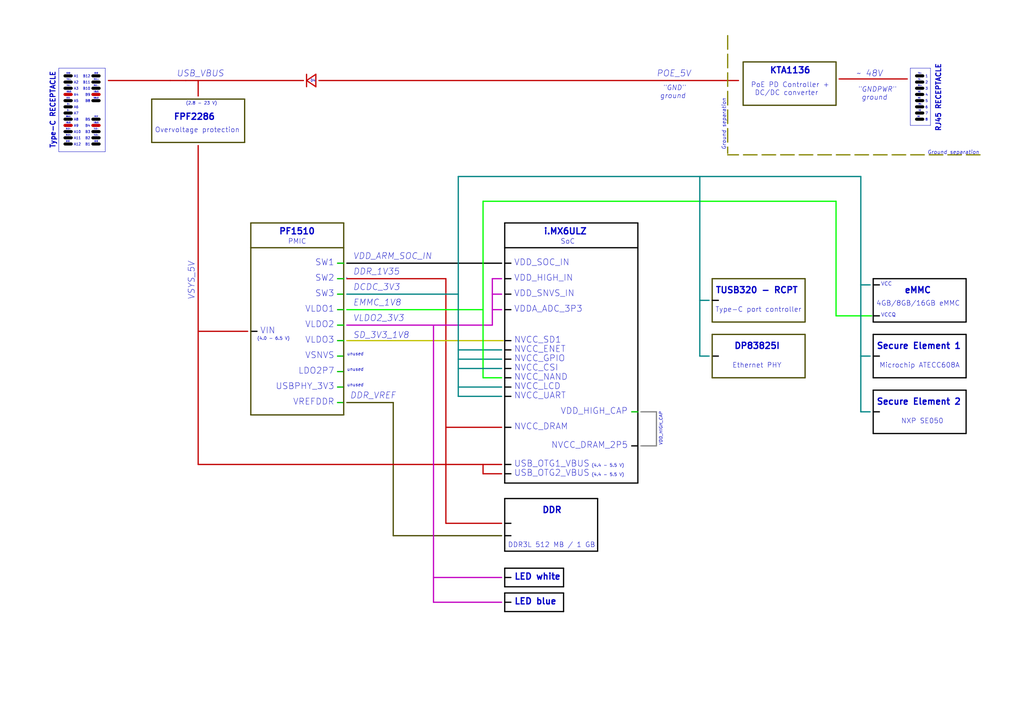
<source format=kicad_sch>
(kicad_sch (version 20230121) (generator eeschema)
  (paper "A3")
  (title_block (title "USB armory Mk II LAN") (date "2023-10-02") (rev "β") (company "WithSecure") (comment 1 "Copyright © WithSecure Corporation") (comment 2 "License: CERN-OHL-S") (comment 3 "https://github.com/usbarmory/usbarmory"))
  (lib_symbols)
  (polyline (pts (xy 102.87 170.18) (xy 140.97 170.18)) (stroke (width 0.508) (type solid) (color 72 72 0 1)))
  (polyline (pts (xy 81.28 135.89) (xy 101.6 135.89)) (stroke (width 0.508) (type solid) (color 194 0 0 1)))
  (polyline (pts (xy 358.14 132.08) (xy 396.24 132.08)) (stroke (width 0.508) (type solid) (color 0 0 0 1)))
  (polyline (pts (xy 40.64 31.115) (xy 38.1 31.115)) (stroke (width 1.27) (color 0 0 0 1)))
  (polyline (pts (xy 129.54 35.56) (xy 125.73 33.02)) (stroke (width 0.508) (type solid) (color 194 0 0 1)))
  (polyline (pts (xy 29.21 53.975) (xy 26.67 53.975)) (stroke (width 1.27) (color 0 0 0 1)))
  (polyline (pts (xy 292.1 154.94) (xy 330.2 154.94)) (stroke (width 0.508) (type solid) (color 72 72 0 1)))
  (polyline (pts (xy 231.14 243.205) (xy 231.14 250.825)) (stroke (width 0.508) (type solid) (color 0 0 0 1)))
  (polyline (pts (xy 40.64 56.515) (xy 38.1 56.515)) (stroke (width 1.27) (color 0 0 0 1)))
  (polyline (pts (xy 342.9 129.54) (xy 357.505 129.54)) (stroke (width 0.508) (type solid) (color 0 255 0 1)))
  (polyline (pts (xy 187.96 162.56) (xy 205.74 162.56)) (stroke (width 0.508) (type solid) (color 0 132 132 1)))
  (polyline (pts (xy 40.64 51.435) (xy 38.1 51.435)) (stroke (width 1.27) (color 194 0 0 1)))
  (polyline (pts (xy 142.24 120.65) (xy 187.96 120.65)) (stroke (width 0.508) (type solid) (color 0 132 132 1)))
  (polyline (pts (xy 287.02 146.05) (xy 290.83 146.05)) (stroke (width 0.508) (type solid) (color 0 132 132 1)))
  (polyline (pts (xy 81.28 33.02) (xy 81.28 39.37)) (stroke (width 0.508) (type solid) (color 194 0 0 1)))
  (polyline (pts (xy 125.73 33.02) (xy 129.54 30.48)) (stroke (width 0.508) (type solid) (color 194 0 0 1)))
  (polyline (pts (xy 262.89 182.88) (xy 269.24 182.88)) (stroke (width 0.508) (type solid) (color 132 132 132 1)))
  (polyline (pts (xy 40.64 41.275) (xy 38.1 41.275)) (stroke (width 1.27) (color 0 0 0 1)))
  (polyline (pts (xy 187.96 143.51) (xy 205.74 143.51)) (stroke (width 0.508) (type solid) (color 0 132 132 1)))
  (polyline (pts (xy 381.635 51.435) (xy 373.38 51.435)))
  (polyline (pts (xy 142.24 107.95) (xy 205.74 107.95)) (stroke (width 0.508) (type solid) (color 0 0 0 1)))
  (polyline (pts (xy 138.43 107.95) (xy 140.97 107.95)) (stroke (width 0.508) (type solid) (color 0 194 0 1)))
  (polyline (pts (xy 138.43 120.65) (xy 140.97 120.65)) (stroke (width 0.508) (type solid) (color 0 194 0 1)))
  (polyline (pts (xy 378.46 31.115) (xy 375.92 31.115)) (stroke (width 1.27) (color 0 0 0 1)))
  (polyline (pts (xy 130.81 33.02) (xy 302.895 33.02)) (stroke (width 0.508) (type solid) (color 194 0 0 1)))
  (polyline (pts (xy 207.01 243.205) (xy 207.01 250.825)) (stroke (width 0.508) (type solid) (color 0 0 0 1)))
  (polyline (pts (xy 207.01 120.65) (xy 209.55 120.65)) (stroke (width 0.508) (type solid) (color 0 0 0 1)))
  (polyline (pts (xy 138.43 158.75) (xy 140.97 158.75)) (stroke (width 0.508) (type solid) (color 0 194 0 1)))
  (polyline (pts (xy 298.45 14.605) (xy 298.45 62.865)) (stroke (width 0.508) (type dash) (color 132 132 0 1)))
  (polyline (pts (xy 353.06 146.05) (xy 356.87 146.05)) (stroke (width 0.508) (type solid) (color 0 132 132 1)))
  (polyline (pts (xy 231.14 233.045) (xy 231.14 240.665)) (stroke (width 0.508) (type solid) (color 0 0 0 1)))
  (polyline (pts (xy 245.11 226.06) (xy 245.11 204.47)) (stroke (width 0.508) (type solid) (color 0 0 0 1)))
  (polyline (pts (xy 161.29 165.1) (xy 142.24 165.1)) (stroke (width 0.508) (type solid) (color 72 72 0 1)))
  (polyline (pts (xy 381.635 27.94) (xy 381.635 51.435)))
  (polyline (pts (xy 378.46 46.355) (xy 375.92 46.355)) (stroke (width 1.27) (color 0 0 0 1)))
  (polyline (pts (xy 182.88 114.3) (xy 182.88 214.63)) (stroke (width 0.508) (type solid) (color 194 0 0 1)))
  (polyline (pts (xy 201.93 114.3) (xy 205.74 114.3)) (stroke (width 0.508) (type solid) (color 194 0 194 1)))
  (polyline (pts (xy 342.9 43.18) (xy 342.9 25.4)) (stroke (width 0.508) (type solid) (color 72 72 0 1)))
  (polyline (pts (xy 342.9 82.55) (xy 198.12 82.55)) (stroke (width 0.508) (type solid) (color 0 255 0 1)))
  (polyline (pts (xy 187.96 72.39) (xy 187.96 162.56)) (stroke (width 0.508) (type solid) (color 0 132 132 1)))
  (polyline (pts (xy 40.64 33.655) (xy 38.1 33.655)) (stroke (width 1.27) (color 0 0 0 1)))
  (polyline (pts (xy 378.46 43.815) (xy 375.92 43.815)) (stroke (width 1.27) (color 0 0 0 1)))
  (polyline (pts (xy 182.88 114.3) (xy 142.24 114.3)) (stroke (width 0.508) (type solid) (color 194 0 0 1)))
  (polyline (pts (xy 262.89 168.91) (xy 269.24 168.91)) (stroke (width 0.508) (type solid) (color 132 132 132 1)))
  (polyline (pts (xy 207.01 91.44) (xy 207.01 198.12)) (stroke (width 0.508) (type solid) (color 0 0 0 1)))
  (polyline (pts (xy 358.14 114.3) (xy 396.24 114.3)) (stroke (width 0.508) (type solid) (color 0 0 0 1)))
  (polyline (pts (xy 353.06 116.84) (xy 356.87 116.84)) (stroke (width 0.508) (type solid) (color 0 132 132 1)))
  (polyline (pts (xy 245.11 204.47) (xy 207.01 204.47)) (stroke (width 0.508) (type solid) (color 0 0 0 1)))
  (polyline (pts (xy 330.2 154.94) (xy 330.2 137.16)) (stroke (width 0.508) (type solid) (color 72 72 0 1)))
  (polyline (pts (xy 353.06 72.39) (xy 353.06 168.91)) (stroke (width 0.508) (type solid) (color 0 132 132 1)))
  (polyline (pts (xy 182.88 175.26) (xy 205.74 175.26)) (stroke (width 0.508) (type solid) (color 194 0 0 1)))
  (polyline (pts (xy 40.64 48.895) (xy 38.1 48.895)) (stroke (width 1.27) (color 0 0 0 1)))
  (polyline (pts (xy 24.13 62.23) (xy 24.13 27.94)))
  (polyline (pts (xy 138.43 152.4) (xy 140.97 152.4)) (stroke (width 0.508) (type solid) (color 0 194 0 1)))
  (polyline (pts (xy 358.14 160.02) (xy 396.24 160.02)) (stroke (width 0.508) (type solid) (color 0 0 0 1)))
  (polyline (pts (xy 40.64 59.055) (xy 38.1 59.055)) (stroke (width 1.27) (color 0 0 0 1)))
  (polyline (pts (xy 62.23 58.42) (xy 100.33 58.42)) (stroke (width 0.508) (type solid) (color 72 72 0 1)))
  (polyline (pts (xy 142.24 139.7) (xy 206.375 139.7)) (stroke (width 0.508) (type solid) (color 194 194 0 1)))
  (polyline (pts (xy 287.02 72.39) (xy 287.02 146.05)) (stroke (width 0.508) (type solid) (color 0 132 132 1)))
  (polyline (pts (xy 29.21 48.895) (xy 26.67 48.895)) (stroke (width 1.27) (color 0 0 0 1)))
  (polyline (pts (xy 353.06 168.91) (xy 356.87 168.91)) (stroke (width 0.508) (type solid) (color 0 132 132 1)))
  (polyline (pts (xy 29.21 31.115) (xy 26.67 31.115)) (stroke (width 1.27) (color 0 0 0 1)))
  (polyline (pts (xy 344.17 32.385) (xy 372.11 32.385)) (stroke (width 0.508) (type solid) (color 194 0 0 1)))
  (polyline (pts (xy 231.14 240.665) (xy 207.01 240.665)) (stroke (width 0.508) (type solid) (color 0 0 0 1)))
  (polyline (pts (xy 201.93 127) (xy 205.74 127)) (stroke (width 0.508) (type solid) (color 194 0 194 1)))
  (polyline (pts (xy 373.38 27.94) (xy 381.635 27.94)))
  (polyline (pts (xy 207.01 219.71) (xy 209.55 219.71)) (stroke (width 0.508) (type solid) (color 0 0 0 1)))
  (polyline (pts (xy 378.46 48.895) (xy 375.92 48.895)) (stroke (width 1.27) (color 0 0 0 1)))
  (polyline (pts (xy 259.08 168.91) (xy 261.62 168.91)) (stroke (width 0.508) (type solid) (color 0 194 0 1)))
  (polyline (pts (xy 43.18 62.23) (xy 24.13 62.23)))
  (polyline (pts (xy 358.14 146.05) (xy 360.68 146.05)) (stroke (width 0.508) (type solid) (color 0 0 0 1)))
  (polyline (pts (xy 81.28 59.69) (xy 81.28 190.5)) (stroke (width 0.508) (type solid) (color 194 0 0 1)))
  (polyline (pts (xy 40.64 36.195) (xy 38.1 36.195)) (stroke (width 1.27) (color 0 0 0 1)))
  (polyline (pts (xy 138.43 139.7) (xy 140.97 139.7)) (stroke (width 0.508) (type solid) (color 0 194 0 1)))
  (polyline (pts (xy 40.64 53.975) (xy 38.1 53.975)) (stroke (width 1.27) (color 0 0 0 1)))
  (polyline (pts (xy 138.43 127) (xy 140.97 127)) (stroke (width 0.508) (type solid) (color 0 194 0 1)))
  (polyline (pts (xy 177.8 247.015) (xy 205.74 247.015)) (stroke (width 0.508) (type solid) (color 194 0 194 1)))
  (polyline (pts (xy 29.21 38.735) (xy 26.67 38.735)) (stroke (width 1.27) (color 194 0 0 1)))
  (polyline (pts (xy 142.24 127) (xy 198.12 127)) (stroke (width 0.508) (type solid) (color 0 255 0 1)))
  (polyline (pts (xy 198.12 82.55) (xy 198.12 154.94)) (stroke (width 0.508) (type solid) (color 0 255 0 1)))
  (polyline (pts (xy 201.93 120.65) (xy 205.74 120.65)) (stroke (width 0.508) (type solid) (color 194 0 194 1)))
  (polyline (pts (xy 138.43 133.35) (xy 140.97 133.35)) (stroke (width 0.508) (type solid) (color 0 194 0 1)))
  (polyline (pts (xy 29.21 46.355) (xy 26.67 46.355)) (stroke (width 1.27) (color 0 0 0 1)))
  (polyline (pts (xy 358.14 132.08) (xy 358.14 114.3)) (stroke (width 0.508) (type solid) (color 0 0 0 1)))
  (polyline (pts (xy 207.01 198.12) (xy 261.62 198.12)) (stroke (width 0.508) (type solid) (color 0 0 0 1)))
  (polyline (pts (xy 201.93 114.3) (xy 201.93 133.35)) (stroke (width 0.508) (type solid) (color 194 0 194 1)))
  (polyline (pts (xy 358.14 177.8) (xy 358.14 160.02)) (stroke (width 0.508) (type solid) (color 0 0 0 1)))
  (polyline (pts (xy 29.21 43.815) (xy 26.67 43.815)) (stroke (width 1.27) (color 0 0 0 1)))
  (polyline (pts (xy 231.14 243.205) (xy 207.01 243.205)) (stroke (width 0.508) (type solid) (color 0 0 0 1)))
  (polyline (pts (xy 358.14 137.16) (xy 396.24 137.16)) (stroke (width 0.508) (type solid) (color 0 0 0 1)))
  (polyline (pts (xy 287.02 123.19) (xy 290.83 123.19)) (stroke (width 0.508) (type solid) (color 0 132 132 1)))
  (polyline (pts (xy 62.23 40.64) (xy 62.23 58.42)) (stroke (width 0.508) (type solid) (color 72 72 0 1)))
  (polyline (pts (xy 29.21 36.195) (xy 26.67 36.195)) (stroke (width 1.27) (color 0 0 0 1)))
  (polyline (pts (xy 187.96 147.32) (xy 205.74 147.32)) (stroke (width 0.508) (type solid) (color 0 132 132 1)))
  (polyline (pts (xy 29.21 51.435) (xy 26.67 51.435)) (stroke (width 1.27) (color 194 0 0 1)))
  (polyline (pts (xy 177.8 236.855) (xy 205.74 236.855)) (stroke (width 0.508) (type solid) (color 194 0 194 1)))
  (polyline (pts (xy 207.01 114.3) (xy 209.55 114.3)) (stroke (width 0.508) (type solid) (color 0 0 0 1)))
  (polyline (pts (xy 207.01 101.6) (xy 261.62 101.6)) (stroke (width 0.508) (type solid) (color 0 0 0 1)))
  (polyline (pts (xy 43.18 27.94) (xy 43.18 62.23)))
  (polyline (pts (xy 358.14 129.54) (xy 360.68 129.54)) (stroke (width 0.508) (type solid) (color 0 0 0 1)))
  (polyline (pts (xy 207.01 158.75) (xy 209.55 158.75)) (stroke (width 0.508) (type solid) (color 0 0 0 1)))
  (polyline (pts (xy 161.29 219.71) (xy 205.74 219.71)) (stroke (width 0.508) (type solid) (color 72 72 0 1)))
  (polyline (pts (xy 207.01 233.045) (xy 207.01 240.665)) (stroke (width 0.508) (type solid) (color 0 0 0 1)))
  (polyline (pts (xy 207.01 175.26) (xy 209.55 175.26)) (stroke (width 0.508) (type solid) (color 0 0 0 1)))
  (polyline (pts (xy 207.01 139.7) (xy 209.55 139.7)) (stroke (width 0.508) (type solid) (color 0 0 0 1)))
  (polyline (pts (xy 138.43 146.05) (xy 140.97 146.05)) (stroke (width 0.508) (type solid) (color 0 194 0 1)))
  (polyline (pts (xy 396.24 154.94) (xy 396.24 137.16)) (stroke (width 0.508) (type solid) (color 0 0 0 1)))
  (polyline (pts (xy 292.1 132.08) (xy 330.2 132.08)) (stroke (width 0.508) (type solid) (color 72 72 0 1)))
  (polyline (pts (xy 378.46 33.655) (xy 375.92 33.655)) (stroke (width 1.27) (color 0 0 0 1)))
  (polyline (pts (xy 358.14 177.8) (xy 396.24 177.8)) (stroke (width 0.508) (type solid) (color 0 0 0 1)))
  (polyline (pts (xy 138.43 114.3) (xy 140.97 114.3)) (stroke (width 0.508) (type solid) (color 0 194 0 1)))
  (polyline (pts (xy 102.87 135.89) (xy 105.41 135.89)) (stroke (width 0.508) (type solid) (color 0 0 0 1)))
  (polyline (pts (xy 304.8 25.4) (xy 304.8 43.18)) (stroke (width 0.508) (type solid) (color 72 72 0 1)))
  (polyline (pts (xy 396.24 177.8) (xy 396.24 160.02)) (stroke (width 0.508) (type solid) (color 0 0 0 1)))
  (polyline (pts (xy 207.01 107.95) (xy 209.55 107.95)) (stroke (width 0.508) (type solid) (color 0 0 0 1)))
  (polyline (pts (xy 140.97 170.18) (xy 140.97 91.44)) (stroke (width 0.508) (type solid) (color 72 72 0 1)))
  (polyline (pts (xy 373.38 51.435) (xy 373.38 27.94)))
  (polyline (pts (xy 207.01 236.855) (xy 209.55 236.855)) (stroke (width 0.508) (type solid) (color 0 0 0 1)))
  (polyline (pts (xy 207.01 226.06) (xy 245.11 226.06)) (stroke (width 0.508) (type solid) (color 0 0 0 1)))
  (polyline (pts (xy 358.14 154.94) (xy 358.14 137.16)) (stroke (width 0.508) (type solid) (color 0 0 0 1)))
  (polyline (pts (xy 292.1 146.05) (xy 294.64 146.05)) (stroke (width 0.508) (type solid) (color 0 0 0 1)))
  (polyline (pts (xy 138.43 165.1) (xy 140.97 165.1)) (stroke (width 0.508) (type solid) (color 0 194 0 1)))
  (polyline (pts (xy 342.9 25.4) (xy 304.8 25.4)) (stroke (width 0.508) (type solid) (color 72 72 0 1)))
  (polyline (pts (xy 140.97 91.44) (xy 102.87 91.44)) (stroke (width 0.508) (type solid) (color 72 72 0 1)))
  (polyline (pts (xy 102.87 91.44) (xy 102.87 170.18)) (stroke (width 0.508) (type solid) (color 72 72 0 1)))
  (polyline (pts (xy 207.01 204.47) (xy 207.01 226.06)) (stroke (width 0.508) (type solid) (color 0 0 0 1)))
  (polyline (pts (xy 207.01 154.94) (xy 209.55 154.94)) (stroke (width 0.508) (type solid) (color 0 0 0 1)))
  (polyline (pts (xy 342.9 82.55) (xy 342.9 129.54)) (stroke (width 0.508) (type solid) (color 0 255 0 1)))
  (polyline (pts (xy 378.46 36.195) (xy 375.92 36.195)) (stroke (width 1.27) (color 0 0 0 1)))
  (polyline (pts (xy 259.08 182.88) (xy 261.62 182.88)) (stroke (width 0.508) (type solid) (color 0 0 0 1)))
  (polyline (pts (xy 24.13 27.94) (xy 43.18 27.94)))
  (polyline (pts (xy 207.01 143.51) (xy 209.55 143.51)) (stroke (width 0.508) (type solid) (color 0 0 0 1)))
  (polyline (pts (xy 81.28 190.5) (xy 205.74 190.5)) (stroke (width 0.508) (type solid) (color 194 0 0 1)))
  (polyline (pts (xy 125.73 35.56) (xy 125.73 30.48)) (stroke (width 0.508) (type solid) (color 194 0 0 1)))
  (polyline (pts (xy 330.2 132.08) (xy 330.2 114.3)) (stroke (width 0.508) (type solid) (color 72 72 0 1)))
  (polyline (pts (xy 187.96 158.75) (xy 205.74 158.75)) (stroke (width 0.508) (type solid) (color 0 132 132 1)))
  (polyline (pts (xy 231.14 233.045) (xy 207.01 233.045)) (stroke (width 0.508) (type solid) (color 0 0 0 1)))
  (polyline (pts (xy 76.2 33.02) (xy 124.46 33.02)) (stroke (width 0.508) (type solid) (color 194 0 0 1)))
  (polyline (pts (xy 378.46 38.735) (xy 375.92 38.735)) (stroke (width 1.27) (color 0 0 0 1)))
  (polyline (pts (xy 261.62 91.44) (xy 207.01 91.44)) (stroke (width 0.508) (type solid) (color 0 0 0 1)))
  (polyline (pts (xy 100.33 58.42) (xy 100.33 40.64)) (stroke (width 0.508) (type solid) (color 72 72 0 1)))
  (polyline (pts (xy 358.14 116.84) (xy 360.68 116.84)) (stroke (width 0.508) (type solid) (color 0 0 0 1)))
  (polyline (pts (xy 44.45 33.02) (xy 69.85 33.02)) (stroke (width 0.508) (type solid) (color 194 0 0 1)))
  (polyline (pts (xy 304.8 43.18) (xy 342.9 43.18)) (stroke (width 0.508) (type solid) (color 72 72 0 1)))
  (polyline (pts (xy 182.88 214.63) (xy 205.74 214.63)) (stroke (width 0.508) (type solid) (color 194 0 0 1)))
  (polyline (pts (xy 396.24 132.08) (xy 396.24 114.3)) (stroke (width 0.508) (type solid) (color 0 0 0 1)))
  (polyline (pts (xy 207.01 214.63) (xy 209.55 214.63)) (stroke (width 0.508) (type solid) (color 0 0 0 1)))
  (polyline (pts (xy 292.1 137.16) (xy 292.1 154.94)) (stroke (width 0.508) (type solid) (color 72 72 0 1)))
  (polyline (pts (xy 142.24 114.3) (xy 142.24 113.665)))
  (polyline (pts (xy 207.01 194.31) (xy 209.55 194.31)) (stroke (width 0.508) (type solid) (color 0 0 0 1)))
  (polyline (pts (xy 207.01 190.5) (xy 209.55 190.5)) (stroke (width 0.508) (type solid) (color 0 0 0 1)))
  (polyline (pts (xy 177.8 133.35) (xy 177.8 247.015)) (stroke (width 0.508) (type solid) (color 194 0 194 1)))
  (polyline (pts (xy 198.12 194.31) (xy 198.12 190.5)) (stroke (width 0.508) (type solid) (color 194 0 0 1)))
  (polyline (pts (xy 207.01 162.56) (xy 209.55 162.56)) (stroke (width 0.508) (type solid) (color 0 0 0 1)))
  (polyline (pts (xy 378.46 41.275) (xy 375.92 41.275)) (stroke (width 1.27) (color 0 0 0 1)))
  (polyline (pts (xy 129.54 30.48) (xy 129.54 35.56)) (stroke (width 0.508) (type solid) (color 194 0 0 1)))
  (polyline (pts (xy 207.01 127) (xy 209.55 127)) (stroke (width 0.508) (type solid) (color 0 0 0 1)))
  (polyline (pts (xy 187.96 72.39) (xy 353.06 72.39)) (stroke (width 0.508) (type solid) (color 0 132 132 1)))
  (polyline (pts (xy 292.1 114.3) (xy 292.1 132.08)) (stroke (width 0.508) (type solid) (color 72 72 0 1)))
  (polyline (pts (xy 207.01 247.015) (xy 209.55 247.015)) (stroke (width 0.508) (type solid) (color 0 0 0 1)))
  (polyline (pts (xy 330.2 137.16) (xy 292.1 137.16)) (stroke (width 0.508) (type solid) (color 72 72 0 1)))
  (polyline (pts (xy 102.87 101.6) (xy 140.97 101.6)) (stroke (width 0.508) (type solid) (color 72 72 0 1)))
  (polyline (pts (xy 207.01 147.32) (xy 209.55 147.32)) (stroke (width 0.508) (type solid) (color 0 0 0 1)))
  (polyline (pts (xy 161.29 219.71) (xy 161.29 165.1)) (stroke (width 0.508) (type solid) (color 72 72 0 1)))
  (polyline (pts (xy 198.12 154.94) (xy 205.74 154.94)) (stroke (width 0.508) (type solid) (color 0 255 0 1)))
  (polyline (pts (xy 269.24 168.91) (xy 269.24 182.88)) (stroke (width 0.508) (type solid) (color 132 132 132 1)))
  (polyline (pts (xy 69.85 33.02) (xy 76.2 33.02)) (stroke (width 0.508) (type solid) (color 194 0 0 1)))
  (polyline (pts (xy 207.01 151.13) (xy 209.55 151.13)) (stroke (width 0.508) (type solid) (color 0 0 0 1)))
  (polyline (pts (xy 358.14 168.91) (xy 360.68 168.91)) (stroke (width 0.508) (type solid) (color 0 0 0 1)))
  (polyline (pts (xy 261.62 198.12) (xy 261.62 91.44)) (stroke (width 0.508) (type solid) (color 0 0 0 1)))
  (polyline (pts (xy 292.1 123.19) (xy 294.64 123.19)) (stroke (width 0.508) (type solid) (color 0 0 0 1)))
  (polyline (pts (xy 198.12 194.31) (xy 205.74 194.31)) (stroke (width 0.508) (type solid) (color 194 0 0 1)))
  (polyline (pts (xy 29.21 41.275) (xy 26.67 41.275)) (stroke (width 1.27) (color 0 0 0 1)))
  (polyline (pts (xy 401.955 63.5) (xy 298.45 63.5)) (stroke (width 0.508) (type dash) (color 132 132 0 1)))
  (polyline (pts (xy 231.14 250.825) (xy 207.01 250.825)) (stroke (width 0.508) (type solid) (color 0 0 0 1)))
  (polyline (pts (xy 330.2 114.3) (xy 292.1 114.3)) (stroke (width 0.508) (type solid) (color 72 72 0 1)))
  (polyline (pts (xy 100.33 40.64) (xy 62.23 40.64)) (stroke (width 0.508) (type solid) (color 72 72 0 1)))
  (polyline (pts (xy 29.21 33.655) (xy 26.67 33.655)) (stroke (width 1.27) (color 0 0 0 1)))
  (polyline (pts (xy 142.24 133.35) (xy 201.93 133.35)) (stroke (width 0.508) (type solid) (color 194 0 194 1)))
  (polyline (pts (xy 187.96 151.13) (xy 205.74 151.13)) (stroke (width 0.508) (type solid) (color 0 132 132 1)))
  (polyline (pts (xy 29.21 59.055) (xy 26.67 59.055)) (stroke (width 1.27) (color 0 0 0 1)))
  (polyline (pts (xy 358.14 154.94) (xy 396.24 154.94)) (stroke (width 0.508) (type solid) (color 0 0 0 1)))
  (polyline (pts (xy 40.64 38.735) (xy 38.1 38.735)) (stroke (width 1.27) (color 194 0 0 1)))
  (polyline (pts (xy 29.21 56.515) (xy 26.67 56.515)) (stroke (width 1.27) (color 0 0 0 1)))
  (text "EMMC_1V8" (at 144.78 125.73 0) (effects (font (size 2.54 2.54) italic) (justify left bottom)))
  (text "A10" (at 30.226 54.864 0) (effects (font (size 1.016 1.016)) (justify left bottom)))
  (text "DCDC_3V3" (at 144.78 119.38 0) (effects (font (size 2.54 2.54) italic) (justify left bottom)))
  (text "RX2+" (at 26.924 55.88 0) (effects (font (size 0.508 0.508)) (justify left bottom)))
  (text "VDD_SOC_IN" (at 210.82 109.22 0) (effects (font (size 2.54 2.54)) (justify left bottom)))
  (text "VREFDDR" (at 137.16 166.37 0) (effects (font (size 2.54 2.54)) (justify right bottom)))
  (text "B10" (at 37.084 37.084 0) (effects (font (size 1.016 1.016)) (justify right bottom)))
  (text "A12" (at 30.226 59.944 0) (effects (font (size 1.016 1.016)) (justify left bottom)))
  (text "Secure Element 2" (at 359.41 166.37 0) (effects (font (size 2.54 2.54) (thickness 0.508) bold) (justify left bottom)))
  (text "PF1510" (at 114.3 96.52 0) (effects (font (size 2.54 2.54) (thickness 0.508) bold) (justify left bottom)))
  (text "VDD_SNVS_IN" (at 210.82 121.92 0) (effects (font (size 2.54 2.54)) (justify left bottom)))
  (text "RX+" (at 376.428 35.56 0) (effects (font (size 0.508 0.508)) (justify left bottom)))
  (text "NVCC_UART" (at 210.82 163.83 0) (effects (font (size 2.54 2.54)) (justify left bottom)))
  (text "A4" (at 30.226 39.624 0) (effects (font (size 1.016 1.016)) (justify left bottom)))
  (text "RX2-" (at 26.924 53.34 0) (effects (font (size 0.508 0.508)) (justify left bottom)))
  (text "B2" (at 37.084 57.404 0) (effects (font (size 1.016 1.016)) (justify right bottom)))
  (text "NVCC_DRAM_2P5" (at 226.06 184.15 0) (effects (font (size 2.54 2.54)) (justify left bottom)))
  (text "NC" (at 376.428 38.1 0) (effects (font (size 0.508 0.508)) (justify left bottom)))
  (text "B11" (at 37.084 34.544 0) (effects (font (size 1.016 1.016)) (justify right bottom)))
  (text "B1" (at 37.084 59.944 0) (effects (font (size 1.016 1.016)) (justify right bottom)))
  (text "SBU1" (at 26.924 48.26 0) (effects (font (size 0.508 0.508)) (justify left bottom)))
  (text "NVCC_ENET" (at 210.82 144.78 0) (effects (font (size 2.54 2.54)) (justify left bottom)))
  (text "unused" (at 142.24 152.4 0) (effects (font (size 1.27 1.27) italic) (justify left bottom)))
  (text "B12" (at 37.084 32.004 0) (effects (font (size 1.016 1.016)) (justify right bottom)))
  (text "6" (at 379.476 44.704 0) (effects (font (size 1.016 1.016)) (justify left bottom)))
  (text "USB_OTG1_VBUS" (at 210.82 191.77 0) (effects (font (size 2.54 2.54)) (justify left bottom)))
  (text "USB_VBUS" (at 72.39 31.75 0) (effects (font (size 2.54 2.54) italic) (justify left bottom)))
  (text "7" (at 379.476 47.244 0) (effects (font (size 1.016 1.016)) (justify left bottom)))
  (text "NC" (at 376.428 40.64 0) (effects (font (size 0.508 0.508)) (justify left bottom)))
  (text "A3" (at 30.226 37.084 0) (effects (font (size 1.016 1.016)) (justify left bottom)))
  (text "VSYS_5V" (at 80.01 123.19 90) (effects (font (size 2.54 2.54) italic) (justify left bottom)))
  (text "eMMC" (at 370.84 120.65 0) (effects (font (size 2.54 2.54) (thickness 0.508) bold) (justify left bottom)))
  (text "TUSB320 - RCPT" (at 293.37 120.65 0) (effects (font (size 2.54 2.54) (thickness 0.508) bold) (justify left bottom)))
  (text "NVCC_NAND" (at 210.82 156.21 0) (effects (font (size 2.54 2.54)) (justify left bottom)))
  (text "LED blue" (at 210.82 248.285 0) (effects (font (size 2.54 2.54) (thickness 0.508) bold) (justify left bottom)))
  (text "(4.0 - 6.5 V)" (at 105.41 139.7 0) (effects (font (size 1.27 1.27)) (justify left bottom)))
  (text "GND" (at 27.178 30.48 0) (effects (font (size 0.508 0.508)) (justify left bottom)))
  (text "RX-" (at 376.682 43.18 0) (effects (font (size 0.508 0.508)) (justify left bottom)))
  (text "4GB/8GB/16GB eMMC" (at 359.41 125.73 0) (effects (font (size 2.032 2.032)) (justify left bottom)))
  (text "8" (at 379.476 49.784 0) (effects (font (size 1.016 1.016)) (justify left bottom)))
  (text "VBUS" (at 38.354 50.8 0) (effects (font (size 0.508 0.508)) (justify left bottom)))
  (text "USB_OTG2_VBUS" (at 210.82 195.58 0) (effects (font (size 2.54 2.54)) (justify left bottom)))
  (text "RJ45 RECEPTACLE" (at 386.08 26.035 90) (effects (font (size 2.032 2.032) (thickness 0.4064) bold) (justify right bottom)))
  (text "B8" (at 37.084 42.164 0) (effects (font (size 1.016 1.016)) (justify right bottom)))
  (text "TX1+" (at 27.178 33.02 0) (effects (font (size 0.508 0.508)) (justify left bottom)))
  (text "VDD_ARM_SOC_IN" (at 144.78 106.68 0) (effects (font (size 2.54 2.54) italic) (justify left bottom)))
  (text "B3" (at 37.084 54.864 0) (effects (font (size 1.016 1.016)) (justify right bottom)))
  (text "i.MX6ULZ" (at 222.885 96.52 0) (effects (font (size 2.54 2.54) (thickness 0.508) bold) (justify left bottom)))
  (text "D4" (at 127.254 33.782 0) (effects (font (size 1.016 1.016)) (justify left bottom)))
  (text "VDD_HIGH_CAP" (at 229.87 170.18 0) (effects (font (size 2.54 2.54)) (justify left bottom)))
  (text "D+" (at 27.432 43.18 0) (effects (font (size 0.508 0.508)) (justify left bottom)))
  (text "GND" (at 26.924 58.42 0) (effects (font (size 0.508 0.508)) (justify left bottom)))
  (text "VLDO2_3V3" (at 144.78 132.08 0) (effects (font (size 2.54 2.54) italic) (justify left bottom)))
  (text "SW2" (at 137.16 115.57 0) (effects (font (size 2.54 2.54)) (justify right bottom)))
  (text "PMIC" (at 118.11 100.33 0) (effects (font (size 2.032 2.032)) (justify left bottom)))
  (text "CC2" (at 38.608 48.26 0) (effects (font (size 0.508 0.508)) (justify left bottom)))
  (text "D-" (at 27.432 45.72 0) (effects (font (size 0.508 0.508)) (justify left bottom)))
  (text "NVCC_DRAM" (at 210.82 176.53 0) (effects (font (size 2.54 2.54)) (justify left bottom)))
  (text "GND" (at 38.608 30.48 0) (effects (font (size 0.508 0.508)) (justify left bottom)))
  (text "B9" (at 37.084 39.624 0) (effects (font (size 1.016 1.016)) (justify right bottom)))
  (text "VDD_HIGH_CAP" (at 271.78 168.91 90) (effects (font (size 1.27 1.27) italic) (justify right bottom)))
  (text "FPF2286" (at 71.12 49.53 0) (effects (font (size 2.54 2.54) (thickness 0.508) bold) (justify left bottom)))
  (text "VLDO2" (at 137.16 134.62 0) (effects (font (size 2.54 2.54)) (justify right bottom)))
  (text "SBU2" (at 38.354 40.64 0) (effects (font (size 0.508 0.508)) (justify left bottom)))
  (text "VSNVS" (at 137.16 147.32 0) (effects (font (size 2.54 2.54)) (justify right bottom)))
  (text "NVCC_LCD" (at 210.82 160.02 0) (effects (font (size 2.54 2.54)) (justify left bottom)))
  (text "A6" (at 30.226 44.704 0) (effects (font (size 1.016 1.016)) (justify left bottom)))
  (text "DDR" (at 222.25 210.82 0) (effects (font (size 2.54 2.54) (thickness 0.508) bold) (justify left bottom)))
  (text "SD_3V3_1V8" (at 144.78 139.065 0) (effects (font (size 2.54 2.54) italic) (justify left bottom)))
  (text "DDR3L 512 MB / 1 GB" (at 208.28 224.79 0) (effects (font (size 2.032 2.032)) (justify left bottom)))
  (text "(2.8 - 23 V)" (at 76.2 43.18 0) (effects (font (size 1.27 1.27)) (justify left bottom)))
  (text "SW1" (at 137.16 109.22 0) (effects (font (size 2.54 2.54)) (justify right bottom)))
  (text "VCC" (at 361.315 117.475 0) (effects (font (size 1.524 1.524)) (justify left bottom)))
  (text "Ethernet PHY" (at 300.355 151.13 0) (effects (font (size 2.032 2.032)) (justify left bottom)))
  (text "Ground separation" (at 297.815 61.595 90) (effects (font (size 1.524 1.524) italic) (justify left bottom)))
  (text "SoC" (at 229.87 100.33 0) (effects (font (size 2.032 2.032)) (justify left bottom)))
  (text "Secure Element 1" (at 359.41 143.51 0) (effects (font (size 2.54 2.54) (thickness 0.508) bold) (justify left bottom)))
  (text "KTA1136" (at 315.595 30.48 0) (effects (font (size 2.54 2.54) (thickness 0.508) bold) (justify left bottom)))
  (text "B4" (at 37.084 52.324 0) (effects (font (size 1.016 1.016)) (justify right bottom)))
  (text "VBUS" (at 27.178 38.1 0) (effects (font (size 0.508 0.508)) (justify left bottom)))
  (text "RX1-" (at 38.354 35.56 0) (effects (font (size 0.508 0.508)) (justify left bottom)))
  (text "VBUS" (at 38.354 38.1 0) (effects (font (size 0.508 0.508)) (justify left bottom)))
  (text "TX+" (at 376.428 30.48 0) (effects (font (size 0.508 0.508)) (justify left bottom)))
  (text "A2" (at 30.226 34.544 0) (effects (font (size 1.016 1.016)) (justify left bottom)))
  (text "4" (at 379.476 39.624 0) (effects (font (size 1.016 1.016)) (justify left bottom)))
  (text "A7" (at 30.226 47.244 0) (effects (font (size 1.016 1.016)) (justify left bottom)))
  (text "VDD_HIGH_IN" (at 210.82 115.57 0) (effects (font (size 2.54 2.54)) (justify left bottom)))
  (text "1" (at 379.476 32.004 0) (effects (font (size 1.016 1.016)) (justify left bottom)))
  (text "Ground separation" (at 380.365 63.5 0) (effects (font (size 1.524 1.524) italic) (justify left bottom)))
  (text "SW3" (at 137.16 121.92 0) (effects (font (size 2.54 2.54)) (justify right bottom)))
  (text "A5" (at 30.226 42.164 0) (effects (font (size 1.016 1.016)) (justify left bottom)))
  (text "NVCC_CSI" (at 210.82 152.4 0) (effects (font (size 2.54 2.54)) (justify left bottom)))
  (text "VCCQ" (at 361.315 130.175 0) (effects (font (size 1.524 1.524)) (justify left bottom)))
  (text "A8" (at 30.226 49.784 0) (effects (font (size 1.016 1.016)) (justify left bottom)))
  (text "~ 48V" (at 351.155 31.75 0) (effects (font (size 2.54 2.54) italic) (justify left bottom)))
  (text "VIN" (at 106.68 137.16 0) (effects (font (size 2.54 2.54)) (justify left bottom)))
  (text "NXP SE050" (at 369.57 173.99 0) (effects (font (size 2.032 2.032)) (justify left bottom)))
  (text "\"GNDPWR\"\n ground" (at 351.79 41.275 0) (effects (font (size 2.032 2.032) italic) (justify left bottom)))
  (text "TX2-" (at 38.354 53.34 0) (effects (font (size 0.508 0.508)) (justify left bottom)))
  (text "B5" (at 37.084 49.784 0) (effects (font (size 1.016 1.016)) (justify right bottom)))
  (text "NC" (at 376.174 48.26 0) (effects (font (size 0.508 0.508)) (justify left bottom)))
  (text "2" (at 379.476 34.544 0) (effects (font (size 1.016 1.016)) (justify left bottom)))
  (text "DDR_VREF" (at 143.51 163.83 0) (effects (font (size 2.54 2.54) italic) (justify left bottom)))
  (text "LDO2P7" (at 137.16 153.67 0) (effects (font (size 2.54 2.54)) (justify right bottom)))
  (text "Microchip ATECC608A" (at 360.68 151.13 0) (effects (font (size 2.032 2.032)) (justify left bottom)))
  (text "(4.4 - 5.5 V)" (at 242.57 191.77 0) (effects (font (size 1.27 1.27)) (justify left bottom)))
  (text "RX1+" (at 38.354 33.02 0) (effects (font (size 0.508 0.508)) (justify left bottom)))
  (text "3" (at 379.476 37.084 0) (effects (font (size 1.016 1.016)) (justify left bottom)))
  (text "TX-" (at 376.428 33.02 0) (effects (font (size 0.508 0.508)) (justify left bottom)))
  (text "DP83825I" (at 300.99 143.51 0) (effects (font (size 2.54 2.54) (thickness 0.508) bold) (justify left bottom)))
  (text "TX1-" (at 27.178 35.56 0) (effects (font (size 0.508 0.508)) (justify left bottom)))
  (text "DDR_1V35" (at 144.78 113.03 0) (effects (font (size 2.54 2.54) italic) (justify left bottom)))
  (text "NC" (at 376.682 45.72 0) (effects (font (size 0.508 0.508)) (justify left bottom)))
  (text "A11" (at 30.226 57.404 0) (effects (font (size 1.016 1.016)) (justify left bottom)))
  (text "NVCC_SD1" (at 210.82 140.97 0) (effects (font (size 2.54 2.54)) (justify left bottom)))
  (text "VLDO1" (at 137.16 128.27 0) (effects (font (size 2.54 2.54)) (justify right bottom)))
  (text "CC1" (at 27.178 40.64 0) (effects (font (size 0.508 0.508)) (justify left bottom)))
  (text "VDDA_ADC_3P3" (at 210.82 128.27 0) (effects (font (size 2.54 2.54)) (justify left bottom)))
  (text "\"GND\"\nground" (at 281.305 40.64 0) (effects (font (size 2.032 2.032) italic) (justify right bottom)))
  (text "USBPHY_3V3" (at 137.16 160.02 0) (effects (font (size 2.54 2.54)) (justify right bottom)))
  (text "Type-C port controller" (at 293.37 128.27 0) (effects (font (size 2.032 2.032)) (justify left bottom)))
  (text "PoE PD Controller +\n DC/DC converter" (at 307.975 39.37 0) (effects (font (size 2.032 2.032)) (justify left bottom)))
  (text "TX2+" (at 38.354 55.88 0) (effects (font (size 0.508 0.508)) (justify left bottom)))
  (text "VBUS" (at 26.924 50.8 0) (effects (font (size 0.508 0.508)) (justify left bottom)))
  (text "(4.4 - 5.5 V)" (at 242.57 195.58 0) (effects (font (size 1.27 1.27)) (justify left bottom)))
  (text "Type-C RECEPTACLE" (at 22.86 29.21 90) (effects (font (size 2.032 2.032) (thickness 0.4064) bold) (justify right bottom)))
  (text "GND" (at 38.608 58.42 0) (effects (font (size 0.508 0.508)) (justify left bottom)))
  (text "unused" (at 142.24 146.05 0) (effects (font (size 1.27 1.27) italic) (justify left bottom)))
  (text "POE_5V" (at 269.24 31.75 0) (effects (font (size 2.54 2.54) italic) (justify left bottom)))
  (text "VLDO3" (at 137.16 140.97 0) (effects (font (size 2.54 2.54)) (justify right bottom)))
  (text "Overvoltage protection" (at 63.5 54.61 0) (effects (font (size 2.032 2.032)) (justify left bottom)))
  (text "NVCC_GPIO" (at 210.82 148.59 0) (effects (font (size 2.54 2.54)) (justify left bottom)))
  (text "5" (at 379.476 42.164 0) (effects (font (size 1.016 1.016)) (justify left bottom)))
  (text "A9" (at 30.226 52.324 0) (effects (font (size 1.016 1.016)) (justify left bottom)))
  (text "LED white" (at 210.82 238.125 0) (effects (font (size 2.54 2.54) (thickness 0.508) bold) (justify left bottom)))
  (text "unused" (at 142.24 158.75 0) (effects (font (size 1.27 1.27) italic) (justify left bottom)))
  (text "A1" (at 30.226 32.004 0) (effects (font (size 1.016 1.016)) (justify left bottom)))
)
</source>
